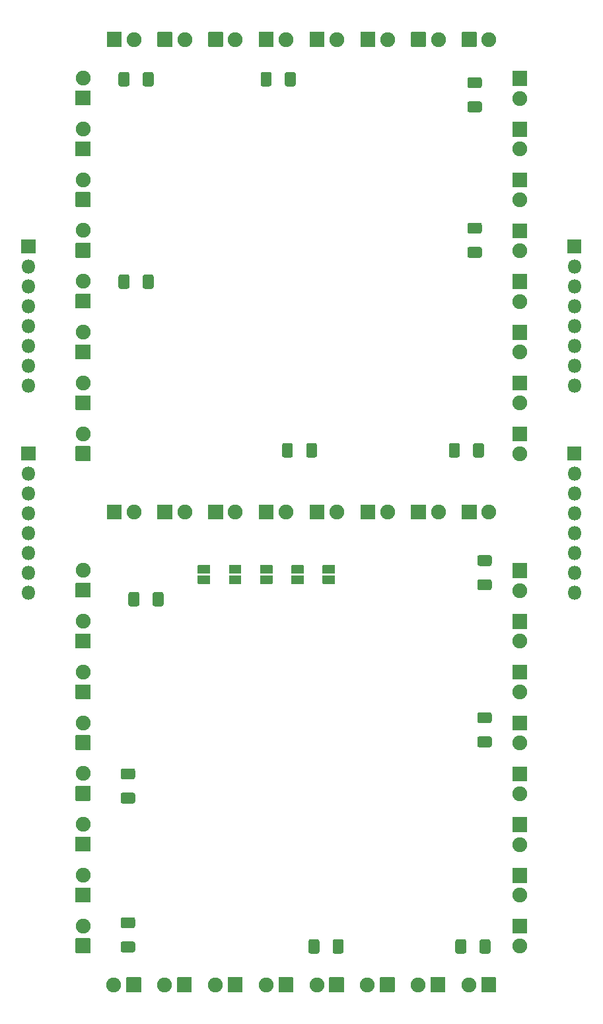
<source format=gbr>
%TF.GenerationSoftware,KiCad,Pcbnew,5.1.7-a382d34a8~87~ubuntu20.04.1*%
%TF.CreationDate,2020-10-21T09:53:46+02:00*%
%TF.ProjectId,7segment_part,37736567-6d65-46e7-945f-706172742e6b,rev?*%
%TF.SameCoordinates,Original*%
%TF.FileFunction,Soldermask,Top*%
%TF.FilePolarity,Negative*%
%FSLAX46Y46*%
G04 Gerber Fmt 4.6, Leading zero omitted, Abs format (unit mm)*
G04 Created by KiCad (PCBNEW 5.1.7-a382d34a8~87~ubuntu20.04.1) date 2020-10-21 09:53:46*
%MOMM*%
%LPD*%
G01*
G04 APERTURE LIST*
%ADD10C,1.900000*%
%ADD11O,1.800000X1.800000*%
G04 APERTURE END LIST*
%TO.C,Rg2*%
G36*
G01*
X95905770Y-146252500D02*
X94594230Y-146252500D01*
G75*
G02*
X94325000Y-145983270I0J269230D01*
G01*
X94325000Y-145121730D01*
G75*
G02*
X94594230Y-144852500I269230J0D01*
G01*
X95905770Y-144852500D01*
G75*
G02*
X96175000Y-145121730I0J-269230D01*
G01*
X96175000Y-145983270D01*
G75*
G02*
X95905770Y-146252500I-269230J0D01*
G01*
G37*
G36*
G01*
X95905770Y-149352500D02*
X94594230Y-149352500D01*
G75*
G02*
X94325000Y-149083270I0J269230D01*
G01*
X94325000Y-148221730D01*
G75*
G02*
X94594230Y-147952500I269230J0D01*
G01*
X95905770Y-147952500D01*
G75*
G02*
X96175000Y-148221730I0J-269230D01*
G01*
X96175000Y-149083270D01*
G75*
G02*
X95905770Y-149352500I-269230J0D01*
G01*
G37*
%TD*%
%TO.C,Rg1*%
G36*
G01*
X121500000Y-149245770D02*
X121500000Y-147934230D01*
G75*
G02*
X121769230Y-147665000I269230J0D01*
G01*
X122630770Y-147665000D01*
G75*
G02*
X122900000Y-147934230I0J-269230D01*
G01*
X122900000Y-149245770D01*
G75*
G02*
X122630770Y-149515000I-269230J0D01*
G01*
X121769230Y-149515000D01*
G75*
G02*
X121500000Y-149245770I0J269230D01*
G01*
G37*
G36*
G01*
X118400000Y-149245770D02*
X118400000Y-147934230D01*
G75*
G02*
X118669230Y-147665000I269230J0D01*
G01*
X119530770Y-147665000D01*
G75*
G02*
X119800000Y-147934230I0J-269230D01*
G01*
X119800000Y-149245770D01*
G75*
G02*
X119530770Y-149515000I-269230J0D01*
G01*
X118669230Y-149515000D01*
G75*
G02*
X118400000Y-149245770I0J269230D01*
G01*
G37*
%TD*%
%TO.C,Rf2*%
G36*
G01*
X138632500Y-147934230D02*
X138632500Y-149245770D01*
G75*
G02*
X138363270Y-149515000I-269230J0D01*
G01*
X137501730Y-149515000D01*
G75*
G02*
X137232500Y-149245770I0J269230D01*
G01*
X137232500Y-147934230D01*
G75*
G02*
X137501730Y-147665000I269230J0D01*
G01*
X138363270Y-147665000D01*
G75*
G02*
X138632500Y-147934230I0J-269230D01*
G01*
G37*
G36*
G01*
X141732500Y-147934230D02*
X141732500Y-149245770D01*
G75*
G02*
X141463270Y-149515000I-269230J0D01*
G01*
X140601730Y-149515000D01*
G75*
G02*
X140332500Y-149245770I0J269230D01*
G01*
X140332500Y-147934230D01*
G75*
G02*
X140601730Y-147665000I269230J0D01*
G01*
X141463270Y-147665000D01*
G75*
G02*
X141732500Y-147934230I0J-269230D01*
G01*
G37*
%TD*%
%TO.C,Rf1*%
G36*
G01*
X141625770Y-120017500D02*
X140314230Y-120017500D01*
G75*
G02*
X140045000Y-119748270I0J269230D01*
G01*
X140045000Y-118886730D01*
G75*
G02*
X140314230Y-118617500I269230J0D01*
G01*
X141625770Y-118617500D01*
G75*
G02*
X141895000Y-118886730I0J-269230D01*
G01*
X141895000Y-119748270D01*
G75*
G02*
X141625770Y-120017500I-269230J0D01*
G01*
G37*
G36*
G01*
X141625770Y-123117500D02*
X140314230Y-123117500D01*
G75*
G02*
X140045000Y-122848270I0J269230D01*
G01*
X140045000Y-121986730D01*
G75*
G02*
X140314230Y-121717500I269230J0D01*
G01*
X141625770Y-121717500D01*
G75*
G02*
X141895000Y-121986730I0J-269230D01*
G01*
X141895000Y-122848270D01*
G75*
G02*
X141625770Y-123117500I-269230J0D01*
G01*
G37*
%TD*%
%TO.C,Re2*%
G36*
G01*
X98422500Y-104795770D02*
X98422500Y-103484230D01*
G75*
G02*
X98691730Y-103215000I269230J0D01*
G01*
X99553270Y-103215000D01*
G75*
G02*
X99822500Y-103484230I0J-269230D01*
G01*
X99822500Y-104795770D01*
G75*
G02*
X99553270Y-105065000I-269230J0D01*
G01*
X98691730Y-105065000D01*
G75*
G02*
X98422500Y-104795770I0J269230D01*
G01*
G37*
G36*
G01*
X95322500Y-104795770D02*
X95322500Y-103484230D01*
G75*
G02*
X95591730Y-103215000I269230J0D01*
G01*
X96453270Y-103215000D01*
G75*
G02*
X96722500Y-103484230I0J-269230D01*
G01*
X96722500Y-104795770D01*
G75*
G02*
X96453270Y-105065000I-269230J0D01*
G01*
X95591730Y-105065000D01*
G75*
G02*
X95322500Y-104795770I0J269230D01*
G01*
G37*
%TD*%
%TO.C,Re1*%
G36*
G01*
X94594230Y-128902500D02*
X95905770Y-128902500D01*
G75*
G02*
X96175000Y-129171730I0J-269230D01*
G01*
X96175000Y-130033270D01*
G75*
G02*
X95905770Y-130302500I-269230J0D01*
G01*
X94594230Y-130302500D01*
G75*
G02*
X94325000Y-130033270I0J269230D01*
G01*
X94325000Y-129171730D01*
G75*
G02*
X94594230Y-128902500I269230J0D01*
G01*
G37*
G36*
G01*
X94594230Y-125802500D02*
X95905770Y-125802500D01*
G75*
G02*
X96175000Y-126071730I0J-269230D01*
G01*
X96175000Y-126933270D01*
G75*
G02*
X95905770Y-127202500I-269230J0D01*
G01*
X94594230Y-127202500D01*
G75*
G02*
X94325000Y-126933270I0J269230D01*
G01*
X94325000Y-126071730D01*
G75*
G02*
X94594230Y-125802500I269230J0D01*
G01*
G37*
%TD*%
%TO.C,Rd2*%
G36*
G01*
X140314230Y-101597500D02*
X141625770Y-101597500D01*
G75*
G02*
X141895000Y-101866730I0J-269230D01*
G01*
X141895000Y-102728270D01*
G75*
G02*
X141625770Y-102997500I-269230J0D01*
G01*
X140314230Y-102997500D01*
G75*
G02*
X140045000Y-102728270I0J269230D01*
G01*
X140045000Y-101866730D01*
G75*
G02*
X140314230Y-101597500I269230J0D01*
G01*
G37*
G36*
G01*
X140314230Y-98497500D02*
X141625770Y-98497500D01*
G75*
G02*
X141895000Y-98766730I0J-269230D01*
G01*
X141895000Y-99628270D01*
G75*
G02*
X141625770Y-99897500I-269230J0D01*
G01*
X140314230Y-99897500D01*
G75*
G02*
X140045000Y-99628270I0J269230D01*
G01*
X140045000Y-98766730D01*
G75*
G02*
X140314230Y-98497500I269230J0D01*
G01*
G37*
%TD*%
%TO.C,Rd1*%
G36*
G01*
X118107500Y-85745770D02*
X118107500Y-84434230D01*
G75*
G02*
X118376730Y-84165000I269230J0D01*
G01*
X119238270Y-84165000D01*
G75*
G02*
X119507500Y-84434230I0J-269230D01*
G01*
X119507500Y-85745770D01*
G75*
G02*
X119238270Y-86015000I-269230J0D01*
G01*
X118376730Y-86015000D01*
G75*
G02*
X118107500Y-85745770I0J269230D01*
G01*
G37*
G36*
G01*
X115007500Y-85745770D02*
X115007500Y-84434230D01*
G75*
G02*
X115276730Y-84165000I269230J0D01*
G01*
X116138270Y-84165000D01*
G75*
G02*
X116407500Y-84434230I0J-269230D01*
G01*
X116407500Y-85745770D01*
G75*
G02*
X116138270Y-86015000I-269230J0D01*
G01*
X115276730Y-86015000D01*
G75*
G02*
X115007500Y-85745770I0J269230D01*
G01*
G37*
%TD*%
%TO.C,Rc2*%
G36*
G01*
X137797500Y-84434230D02*
X137797500Y-85745770D01*
G75*
G02*
X137528270Y-86015000I-269230J0D01*
G01*
X136666730Y-86015000D01*
G75*
G02*
X136397500Y-85745770I0J269230D01*
G01*
X136397500Y-84434230D01*
G75*
G02*
X136666730Y-84165000I269230J0D01*
G01*
X137528270Y-84165000D01*
G75*
G02*
X137797500Y-84434230I0J-269230D01*
G01*
G37*
G36*
G01*
X140897500Y-84434230D02*
X140897500Y-85745770D01*
G75*
G02*
X140628270Y-86015000I-269230J0D01*
G01*
X139766730Y-86015000D01*
G75*
G02*
X139497500Y-85745770I0J269230D01*
G01*
X139497500Y-84434230D01*
G75*
G02*
X139766730Y-84165000I269230J0D01*
G01*
X140628270Y-84165000D01*
G75*
G02*
X140897500Y-84434230I0J-269230D01*
G01*
G37*
%TD*%
%TO.C,Rc1*%
G36*
G01*
X140355770Y-57352500D02*
X139044230Y-57352500D01*
G75*
G02*
X138775000Y-57083270I0J269230D01*
G01*
X138775000Y-56221730D01*
G75*
G02*
X139044230Y-55952500I269230J0D01*
G01*
X140355770Y-55952500D01*
G75*
G02*
X140625000Y-56221730I0J-269230D01*
G01*
X140625000Y-57083270D01*
G75*
G02*
X140355770Y-57352500I-269230J0D01*
G01*
G37*
G36*
G01*
X140355770Y-60452500D02*
X139044230Y-60452500D01*
G75*
G02*
X138775000Y-60183270I0J269230D01*
G01*
X138775000Y-59321730D01*
G75*
G02*
X139044230Y-59052500I269230J0D01*
G01*
X140355770Y-59052500D01*
G75*
G02*
X140625000Y-59321730I0J-269230D01*
G01*
X140625000Y-60183270D01*
G75*
G02*
X140355770Y-60452500I-269230J0D01*
G01*
G37*
%TD*%
%TO.C,Rb2*%
G36*
G01*
X97152500Y-38247770D02*
X97152500Y-36936230D01*
G75*
G02*
X97421730Y-36667000I269230J0D01*
G01*
X98283270Y-36667000D01*
G75*
G02*
X98552500Y-36936230I0J-269230D01*
G01*
X98552500Y-38247770D01*
G75*
G02*
X98283270Y-38517000I-269230J0D01*
G01*
X97421730Y-38517000D01*
G75*
G02*
X97152500Y-38247770I0J269230D01*
G01*
G37*
G36*
G01*
X94052500Y-38247770D02*
X94052500Y-36936230D01*
G75*
G02*
X94321730Y-36667000I269230J0D01*
G01*
X95183270Y-36667000D01*
G75*
G02*
X95452500Y-36936230I0J-269230D01*
G01*
X95452500Y-38247770D01*
G75*
G02*
X95183270Y-38517000I-269230J0D01*
G01*
X94321730Y-38517000D01*
G75*
G02*
X94052500Y-38247770I0J269230D01*
G01*
G37*
%TD*%
%TO.C,Rb1*%
G36*
G01*
X97152500Y-64155770D02*
X97152500Y-62844230D01*
G75*
G02*
X97421730Y-62575000I269230J0D01*
G01*
X98283270Y-62575000D01*
G75*
G02*
X98552500Y-62844230I0J-269230D01*
G01*
X98552500Y-64155770D01*
G75*
G02*
X98283270Y-64425000I-269230J0D01*
G01*
X97421730Y-64425000D01*
G75*
G02*
X97152500Y-64155770I0J269230D01*
G01*
G37*
G36*
G01*
X94052500Y-64155770D02*
X94052500Y-62844230D01*
G75*
G02*
X94321730Y-62575000I269230J0D01*
G01*
X95183270Y-62575000D01*
G75*
G02*
X95452500Y-62844230I0J-269230D01*
G01*
X95452500Y-64155770D01*
G75*
G02*
X95183270Y-64425000I-269230J0D01*
G01*
X94321730Y-64425000D01*
G75*
G02*
X94052500Y-64155770I0J269230D01*
G01*
G37*
%TD*%
%TO.C,Ra2*%
G36*
G01*
X139044230Y-40437500D02*
X140355770Y-40437500D01*
G75*
G02*
X140625000Y-40706730I0J-269230D01*
G01*
X140625000Y-41568270D01*
G75*
G02*
X140355770Y-41837500I-269230J0D01*
G01*
X139044230Y-41837500D01*
G75*
G02*
X138775000Y-41568270I0J269230D01*
G01*
X138775000Y-40706730D01*
G75*
G02*
X139044230Y-40437500I269230J0D01*
G01*
G37*
G36*
G01*
X139044230Y-37337500D02*
X140355770Y-37337500D01*
G75*
G02*
X140625000Y-37606730I0J-269230D01*
G01*
X140625000Y-38468270D01*
G75*
G02*
X140355770Y-38737500I-269230J0D01*
G01*
X139044230Y-38737500D01*
G75*
G02*
X138775000Y-38468270I0J269230D01*
G01*
X138775000Y-37606730D01*
G75*
G02*
X139044230Y-37337500I269230J0D01*
G01*
G37*
%TD*%
%TO.C,Ra1*%
G36*
G01*
X113667500Y-36936230D02*
X113667500Y-38247770D01*
G75*
G02*
X113398270Y-38517000I-269230J0D01*
G01*
X112536730Y-38517000D01*
G75*
G02*
X112267500Y-38247770I0J269230D01*
G01*
X112267500Y-36936230D01*
G75*
G02*
X112536730Y-36667000I269230J0D01*
G01*
X113398270Y-36667000D01*
G75*
G02*
X113667500Y-36936230I0J-269230D01*
G01*
G37*
G36*
G01*
X116767500Y-36936230D02*
X116767500Y-38247770D01*
G75*
G02*
X116498270Y-38517000I-269230J0D01*
G01*
X115636730Y-38517000D01*
G75*
G02*
X115367500Y-38247770I0J269230D01*
G01*
X115367500Y-36936230D01*
G75*
G02*
X115636730Y-36667000I269230J0D01*
G01*
X116498270Y-36667000D01*
G75*
G02*
X116767500Y-36936230I0J-269230D01*
G01*
G37*
%TD*%
D10*
%TO.C,De1*%
X89500000Y-145960000D03*
G36*
G01*
X90400000Y-149450000D02*
X88600000Y-149450000D01*
G75*
G02*
X88550000Y-149400000I0J50000D01*
G01*
X88550000Y-147600000D01*
G75*
G02*
X88600000Y-147550000I50000J0D01*
G01*
X90400000Y-147550000D01*
G75*
G02*
X90450000Y-147600000I0J-50000D01*
G01*
X90450000Y-149400000D01*
G75*
G02*
X90400000Y-149450000I-50000J0D01*
G01*
G37*
%TD*%
%TO.C,Dg2*%
X132460000Y-153500000D03*
G36*
G01*
X135950000Y-152600000D02*
X135950000Y-154400000D01*
G75*
G02*
X135900000Y-154450000I-50000J0D01*
G01*
X134100000Y-154450000D01*
G75*
G02*
X134050000Y-154400000I0J50000D01*
G01*
X134050000Y-152600000D01*
G75*
G02*
X134100000Y-152550000I50000J0D01*
G01*
X135900000Y-152550000D01*
G75*
G02*
X135950000Y-152600000I0J-50000D01*
G01*
G37*
%TD*%
%TO.C,De6*%
X89500000Y-113460000D03*
G36*
G01*
X90400000Y-116950000D02*
X88600000Y-116950000D01*
G75*
G02*
X88550000Y-116900000I0J50000D01*
G01*
X88550000Y-115100000D01*
G75*
G02*
X88600000Y-115050000I50000J0D01*
G01*
X90400000Y-115050000D01*
G75*
G02*
X90450000Y-115100000I0J-50000D01*
G01*
X90450000Y-116900000D01*
G75*
G02*
X90400000Y-116950000I-50000J0D01*
G01*
G37*
%TD*%
%TO.C,Da5*%
X122040000Y-32500000D03*
G36*
G01*
X118550000Y-33400000D02*
X118550000Y-31600000D01*
G75*
G02*
X118600000Y-31550000I50000J0D01*
G01*
X120400000Y-31550000D01*
G75*
G02*
X120450000Y-31600000I0J-50000D01*
G01*
X120450000Y-33400000D01*
G75*
G02*
X120400000Y-33450000I-50000J0D01*
G01*
X118600000Y-33450000D01*
G75*
G02*
X118550000Y-33400000I0J50000D01*
G01*
G37*
%TD*%
%TO.C,Da1*%
G36*
G01*
X92550000Y-33400000D02*
X92550000Y-31600000D01*
G75*
G02*
X92600000Y-31550000I50000J0D01*
G01*
X94400000Y-31550000D01*
G75*
G02*
X94450000Y-31600000I0J-50000D01*
G01*
X94450000Y-33400000D01*
G75*
G02*
X94400000Y-33450000I-50000J0D01*
G01*
X92600000Y-33450000D01*
G75*
G02*
X92550000Y-33400000I0J50000D01*
G01*
G37*
X96040000Y-32500000D03*
%TD*%
%TO.C,Da2*%
G36*
G01*
X99050000Y-33400000D02*
X99050000Y-31600000D01*
G75*
G02*
X99100000Y-31550000I50000J0D01*
G01*
X100900000Y-31550000D01*
G75*
G02*
X100950000Y-31600000I0J-50000D01*
G01*
X100950000Y-33400000D01*
G75*
G02*
X100900000Y-33450000I-50000J0D01*
G01*
X99100000Y-33450000D01*
G75*
G02*
X99050000Y-33400000I0J50000D01*
G01*
G37*
X102540000Y-32500000D03*
%TD*%
%TO.C,Da3*%
X109040000Y-32500000D03*
G36*
G01*
X105550000Y-33400000D02*
X105550000Y-31600000D01*
G75*
G02*
X105600000Y-31550000I50000J0D01*
G01*
X107400000Y-31550000D01*
G75*
G02*
X107450000Y-31600000I0J-50000D01*
G01*
X107450000Y-33400000D01*
G75*
G02*
X107400000Y-33450000I-50000J0D01*
G01*
X105600000Y-33450000D01*
G75*
G02*
X105550000Y-33400000I0J50000D01*
G01*
G37*
%TD*%
%TO.C,Da4*%
G36*
G01*
X112050000Y-33400000D02*
X112050000Y-31600000D01*
G75*
G02*
X112100000Y-31550000I50000J0D01*
G01*
X113900000Y-31550000D01*
G75*
G02*
X113950000Y-31600000I0J-50000D01*
G01*
X113950000Y-33400000D01*
G75*
G02*
X113900000Y-33450000I-50000J0D01*
G01*
X112100000Y-33450000D01*
G75*
G02*
X112050000Y-33400000I0J50000D01*
G01*
G37*
X115540000Y-32500000D03*
%TD*%
%TO.C,Da6*%
G36*
G01*
X125050000Y-33400000D02*
X125050000Y-31600000D01*
G75*
G02*
X125100000Y-31550000I50000J0D01*
G01*
X126900000Y-31550000D01*
G75*
G02*
X126950000Y-31600000I0J-50000D01*
G01*
X126950000Y-33400000D01*
G75*
G02*
X126900000Y-33450000I-50000J0D01*
G01*
X125100000Y-33450000D01*
G75*
G02*
X125050000Y-33400000I0J50000D01*
G01*
G37*
X128540000Y-32500000D03*
%TD*%
%TO.C,Da7*%
X135040000Y-32500000D03*
G36*
G01*
X131550000Y-33400000D02*
X131550000Y-31600000D01*
G75*
G02*
X131600000Y-31550000I50000J0D01*
G01*
X133400000Y-31550000D01*
G75*
G02*
X133450000Y-31600000I0J-50000D01*
G01*
X133450000Y-33400000D01*
G75*
G02*
X133400000Y-33450000I-50000J0D01*
G01*
X131600000Y-33450000D01*
G75*
G02*
X131550000Y-33400000I0J50000D01*
G01*
G37*
%TD*%
%TO.C,Da8*%
G36*
G01*
X138050000Y-33400000D02*
X138050000Y-31600000D01*
G75*
G02*
X138100000Y-31550000I50000J0D01*
G01*
X139900000Y-31550000D01*
G75*
G02*
X139950000Y-31600000I0J-50000D01*
G01*
X139950000Y-33400000D01*
G75*
G02*
X139900000Y-33450000I-50000J0D01*
G01*
X138100000Y-33450000D01*
G75*
G02*
X138050000Y-33400000I0J50000D01*
G01*
G37*
X141540000Y-32500000D03*
%TD*%
%TO.C,Db1*%
X89500000Y-82960000D03*
G36*
G01*
X90400000Y-86450000D02*
X88600000Y-86450000D01*
G75*
G02*
X88550000Y-86400000I0J50000D01*
G01*
X88550000Y-84600000D01*
G75*
G02*
X88600000Y-84550000I50000J0D01*
G01*
X90400000Y-84550000D01*
G75*
G02*
X90450000Y-84600000I0J-50000D01*
G01*
X90450000Y-86400000D01*
G75*
G02*
X90400000Y-86450000I-50000J0D01*
G01*
G37*
%TD*%
%TO.C,Db2*%
G36*
G01*
X90400000Y-79950000D02*
X88600000Y-79950000D01*
G75*
G02*
X88550000Y-79900000I0J50000D01*
G01*
X88550000Y-78100000D01*
G75*
G02*
X88600000Y-78050000I50000J0D01*
G01*
X90400000Y-78050000D01*
G75*
G02*
X90450000Y-78100000I0J-50000D01*
G01*
X90450000Y-79900000D01*
G75*
G02*
X90400000Y-79950000I-50000J0D01*
G01*
G37*
X89500000Y-76460000D03*
%TD*%
%TO.C,Db3*%
X89500000Y-69960000D03*
G36*
G01*
X90400000Y-73450000D02*
X88600000Y-73450000D01*
G75*
G02*
X88550000Y-73400000I0J50000D01*
G01*
X88550000Y-71600000D01*
G75*
G02*
X88600000Y-71550000I50000J0D01*
G01*
X90400000Y-71550000D01*
G75*
G02*
X90450000Y-71600000I0J-50000D01*
G01*
X90450000Y-73400000D01*
G75*
G02*
X90400000Y-73450000I-50000J0D01*
G01*
G37*
%TD*%
%TO.C,Db4*%
G36*
G01*
X90400000Y-66950000D02*
X88600000Y-66950000D01*
G75*
G02*
X88550000Y-66900000I0J50000D01*
G01*
X88550000Y-65100000D01*
G75*
G02*
X88600000Y-65050000I50000J0D01*
G01*
X90400000Y-65050000D01*
G75*
G02*
X90450000Y-65100000I0J-50000D01*
G01*
X90450000Y-66900000D01*
G75*
G02*
X90400000Y-66950000I-50000J0D01*
G01*
G37*
X89500000Y-63460000D03*
%TD*%
%TO.C,Db5*%
X89500000Y-56960000D03*
G36*
G01*
X90400000Y-60450000D02*
X88600000Y-60450000D01*
G75*
G02*
X88550000Y-60400000I0J50000D01*
G01*
X88550000Y-58600000D01*
G75*
G02*
X88600000Y-58550000I50000J0D01*
G01*
X90400000Y-58550000D01*
G75*
G02*
X90450000Y-58600000I0J-50000D01*
G01*
X90450000Y-60400000D01*
G75*
G02*
X90400000Y-60450000I-50000J0D01*
G01*
G37*
%TD*%
%TO.C,Db6*%
G36*
G01*
X90400000Y-53950000D02*
X88600000Y-53950000D01*
G75*
G02*
X88550000Y-53900000I0J50000D01*
G01*
X88550000Y-52100000D01*
G75*
G02*
X88600000Y-52050000I50000J0D01*
G01*
X90400000Y-52050000D01*
G75*
G02*
X90450000Y-52100000I0J-50000D01*
G01*
X90450000Y-53900000D01*
G75*
G02*
X90400000Y-53950000I-50000J0D01*
G01*
G37*
X89500000Y-50460000D03*
%TD*%
%TO.C,Db7*%
X89500000Y-43960000D03*
G36*
G01*
X90400000Y-47450000D02*
X88600000Y-47450000D01*
G75*
G02*
X88550000Y-47400000I0J50000D01*
G01*
X88550000Y-45600000D01*
G75*
G02*
X88600000Y-45550000I50000J0D01*
G01*
X90400000Y-45550000D01*
G75*
G02*
X90450000Y-45600000I0J-50000D01*
G01*
X90450000Y-47400000D01*
G75*
G02*
X90400000Y-47450000I-50000J0D01*
G01*
G37*
%TD*%
%TO.C,Db8*%
G36*
G01*
X90400000Y-40950000D02*
X88600000Y-40950000D01*
G75*
G02*
X88550000Y-40900000I0J50000D01*
G01*
X88550000Y-39100000D01*
G75*
G02*
X88600000Y-39050000I50000J0D01*
G01*
X90400000Y-39050000D01*
G75*
G02*
X90450000Y-39100000I0J-50000D01*
G01*
X90450000Y-40900000D01*
G75*
G02*
X90400000Y-40950000I-50000J0D01*
G01*
G37*
X89500000Y-37460000D03*
%TD*%
%TO.C,Dc1*%
G36*
G01*
X144600000Y-36550000D02*
X146400000Y-36550000D01*
G75*
G02*
X146450000Y-36600000I0J-50000D01*
G01*
X146450000Y-38400000D01*
G75*
G02*
X146400000Y-38450000I-50000J0D01*
G01*
X144600000Y-38450000D01*
G75*
G02*
X144550000Y-38400000I0J50000D01*
G01*
X144550000Y-36600000D01*
G75*
G02*
X144600000Y-36550000I50000J0D01*
G01*
G37*
X145500000Y-40040000D03*
%TD*%
%TO.C,Dc2*%
X145500000Y-46540000D03*
G36*
G01*
X144600000Y-43050000D02*
X146400000Y-43050000D01*
G75*
G02*
X146450000Y-43100000I0J-50000D01*
G01*
X146450000Y-44900000D01*
G75*
G02*
X146400000Y-44950000I-50000J0D01*
G01*
X144600000Y-44950000D01*
G75*
G02*
X144550000Y-44900000I0J50000D01*
G01*
X144550000Y-43100000D01*
G75*
G02*
X144600000Y-43050000I50000J0D01*
G01*
G37*
%TD*%
%TO.C,Dc3*%
X145500000Y-53040000D03*
G36*
G01*
X144600000Y-49550000D02*
X146400000Y-49550000D01*
G75*
G02*
X146450000Y-49600000I0J-50000D01*
G01*
X146450000Y-51400000D01*
G75*
G02*
X146400000Y-51450000I-50000J0D01*
G01*
X144600000Y-51450000D01*
G75*
G02*
X144550000Y-51400000I0J50000D01*
G01*
X144550000Y-49600000D01*
G75*
G02*
X144600000Y-49550000I50000J0D01*
G01*
G37*
%TD*%
%TO.C,Dc4*%
G36*
G01*
X144600000Y-56050000D02*
X146400000Y-56050000D01*
G75*
G02*
X146450000Y-56100000I0J-50000D01*
G01*
X146450000Y-57900000D01*
G75*
G02*
X146400000Y-57950000I-50000J0D01*
G01*
X144600000Y-57950000D01*
G75*
G02*
X144550000Y-57900000I0J50000D01*
G01*
X144550000Y-56100000D01*
G75*
G02*
X144600000Y-56050000I50000J0D01*
G01*
G37*
X145500000Y-59540000D03*
%TD*%
%TO.C,Dc5*%
X145500000Y-66040000D03*
G36*
G01*
X144600000Y-62550000D02*
X146400000Y-62550000D01*
G75*
G02*
X146450000Y-62600000I0J-50000D01*
G01*
X146450000Y-64400000D01*
G75*
G02*
X146400000Y-64450000I-50000J0D01*
G01*
X144600000Y-64450000D01*
G75*
G02*
X144550000Y-64400000I0J50000D01*
G01*
X144550000Y-62600000D01*
G75*
G02*
X144600000Y-62550000I50000J0D01*
G01*
G37*
%TD*%
%TO.C,Dc6*%
G36*
G01*
X144600000Y-69050000D02*
X146400000Y-69050000D01*
G75*
G02*
X146450000Y-69100000I0J-50000D01*
G01*
X146450000Y-70900000D01*
G75*
G02*
X146400000Y-70950000I-50000J0D01*
G01*
X144600000Y-70950000D01*
G75*
G02*
X144550000Y-70900000I0J50000D01*
G01*
X144550000Y-69100000D01*
G75*
G02*
X144600000Y-69050000I50000J0D01*
G01*
G37*
X145500000Y-72540000D03*
%TD*%
%TO.C,Dc7*%
X145500000Y-79040000D03*
G36*
G01*
X144600000Y-75550000D02*
X146400000Y-75550000D01*
G75*
G02*
X146450000Y-75600000I0J-50000D01*
G01*
X146450000Y-77400000D01*
G75*
G02*
X146400000Y-77450000I-50000J0D01*
G01*
X144600000Y-77450000D01*
G75*
G02*
X144550000Y-77400000I0J50000D01*
G01*
X144550000Y-75600000D01*
G75*
G02*
X144600000Y-75550000I50000J0D01*
G01*
G37*
%TD*%
%TO.C,Dc8*%
X145500000Y-85540000D03*
G36*
G01*
X144600000Y-82050000D02*
X146400000Y-82050000D01*
G75*
G02*
X146450000Y-82100000I0J-50000D01*
G01*
X146450000Y-83900000D01*
G75*
G02*
X146400000Y-83950000I-50000J0D01*
G01*
X144600000Y-83950000D01*
G75*
G02*
X144550000Y-83900000I0J50000D01*
G01*
X144550000Y-82100000D01*
G75*
G02*
X144600000Y-82050000I50000J0D01*
G01*
G37*
%TD*%
%TO.C,Dd1*%
G36*
G01*
X92550000Y-93900000D02*
X92550000Y-92100000D01*
G75*
G02*
X92600000Y-92050000I50000J0D01*
G01*
X94400000Y-92050000D01*
G75*
G02*
X94450000Y-92100000I0J-50000D01*
G01*
X94450000Y-93900000D01*
G75*
G02*
X94400000Y-93950000I-50000J0D01*
G01*
X92600000Y-93950000D01*
G75*
G02*
X92550000Y-93900000I0J50000D01*
G01*
G37*
X96040000Y-93000000D03*
%TD*%
%TO.C,Dd2*%
X102540000Y-93000000D03*
G36*
G01*
X99050000Y-93900000D02*
X99050000Y-92100000D01*
G75*
G02*
X99100000Y-92050000I50000J0D01*
G01*
X100900000Y-92050000D01*
G75*
G02*
X100950000Y-92100000I0J-50000D01*
G01*
X100950000Y-93900000D01*
G75*
G02*
X100900000Y-93950000I-50000J0D01*
G01*
X99100000Y-93950000D01*
G75*
G02*
X99050000Y-93900000I0J50000D01*
G01*
G37*
%TD*%
%TO.C,Dd3*%
G36*
G01*
X105550000Y-93900000D02*
X105550000Y-92100000D01*
G75*
G02*
X105600000Y-92050000I50000J0D01*
G01*
X107400000Y-92050000D01*
G75*
G02*
X107450000Y-92100000I0J-50000D01*
G01*
X107450000Y-93900000D01*
G75*
G02*
X107400000Y-93950000I-50000J0D01*
G01*
X105600000Y-93950000D01*
G75*
G02*
X105550000Y-93900000I0J50000D01*
G01*
G37*
X109040000Y-93000000D03*
%TD*%
%TO.C,Dd4*%
X115540000Y-93000000D03*
G36*
G01*
X112050000Y-93900000D02*
X112050000Y-92100000D01*
G75*
G02*
X112100000Y-92050000I50000J0D01*
G01*
X113900000Y-92050000D01*
G75*
G02*
X113950000Y-92100000I0J-50000D01*
G01*
X113950000Y-93900000D01*
G75*
G02*
X113900000Y-93950000I-50000J0D01*
G01*
X112100000Y-93950000D01*
G75*
G02*
X112050000Y-93900000I0J50000D01*
G01*
G37*
%TD*%
%TO.C,Dd5*%
G36*
G01*
X118550000Y-93900000D02*
X118550000Y-92100000D01*
G75*
G02*
X118600000Y-92050000I50000J0D01*
G01*
X120400000Y-92050000D01*
G75*
G02*
X120450000Y-92100000I0J-50000D01*
G01*
X120450000Y-93900000D01*
G75*
G02*
X120400000Y-93950000I-50000J0D01*
G01*
X118600000Y-93950000D01*
G75*
G02*
X118550000Y-93900000I0J50000D01*
G01*
G37*
X122040000Y-93000000D03*
%TD*%
%TO.C,Dd6*%
X128540000Y-93000000D03*
G36*
G01*
X125050000Y-93900000D02*
X125050000Y-92100000D01*
G75*
G02*
X125100000Y-92050000I50000J0D01*
G01*
X126900000Y-92050000D01*
G75*
G02*
X126950000Y-92100000I0J-50000D01*
G01*
X126950000Y-93900000D01*
G75*
G02*
X126900000Y-93950000I-50000J0D01*
G01*
X125100000Y-93950000D01*
G75*
G02*
X125050000Y-93900000I0J50000D01*
G01*
G37*
%TD*%
%TO.C,Dd7*%
G36*
G01*
X131550000Y-93900000D02*
X131550000Y-92100000D01*
G75*
G02*
X131600000Y-92050000I50000J0D01*
G01*
X133400000Y-92050000D01*
G75*
G02*
X133450000Y-92100000I0J-50000D01*
G01*
X133450000Y-93900000D01*
G75*
G02*
X133400000Y-93950000I-50000J0D01*
G01*
X131600000Y-93950000D01*
G75*
G02*
X131550000Y-93900000I0J50000D01*
G01*
G37*
X135040000Y-93000000D03*
%TD*%
%TO.C,Dd8*%
X141540000Y-93000000D03*
G36*
G01*
X138050000Y-93900000D02*
X138050000Y-92100000D01*
G75*
G02*
X138100000Y-92050000I50000J0D01*
G01*
X139900000Y-92050000D01*
G75*
G02*
X139950000Y-92100000I0J-50000D01*
G01*
X139950000Y-93900000D01*
G75*
G02*
X139900000Y-93950000I-50000J0D01*
G01*
X138100000Y-93950000D01*
G75*
G02*
X138050000Y-93900000I0J50000D01*
G01*
G37*
%TD*%
%TO.C,De2*%
X89500000Y-139460000D03*
G36*
G01*
X90400000Y-142950000D02*
X88600000Y-142950000D01*
G75*
G02*
X88550000Y-142900000I0J50000D01*
G01*
X88550000Y-141100000D01*
G75*
G02*
X88600000Y-141050000I50000J0D01*
G01*
X90400000Y-141050000D01*
G75*
G02*
X90450000Y-141100000I0J-50000D01*
G01*
X90450000Y-142900000D01*
G75*
G02*
X90400000Y-142950000I-50000J0D01*
G01*
G37*
%TD*%
%TO.C,De3*%
G36*
G01*
X90400000Y-136450000D02*
X88600000Y-136450000D01*
G75*
G02*
X88550000Y-136400000I0J50000D01*
G01*
X88550000Y-134600000D01*
G75*
G02*
X88600000Y-134550000I50000J0D01*
G01*
X90400000Y-134550000D01*
G75*
G02*
X90450000Y-134600000I0J-50000D01*
G01*
X90450000Y-136400000D01*
G75*
G02*
X90400000Y-136450000I-50000J0D01*
G01*
G37*
X89500000Y-132960000D03*
%TD*%
%TO.C,De4*%
X89500000Y-126460000D03*
G36*
G01*
X90400000Y-129950000D02*
X88600000Y-129950000D01*
G75*
G02*
X88550000Y-129900000I0J50000D01*
G01*
X88550000Y-128100000D01*
G75*
G02*
X88600000Y-128050000I50000J0D01*
G01*
X90400000Y-128050000D01*
G75*
G02*
X90450000Y-128100000I0J-50000D01*
G01*
X90450000Y-129900000D01*
G75*
G02*
X90400000Y-129950000I-50000J0D01*
G01*
G37*
%TD*%
%TO.C,De5*%
G36*
G01*
X90400000Y-123450000D02*
X88600000Y-123450000D01*
G75*
G02*
X88550000Y-123400000I0J50000D01*
G01*
X88550000Y-121600000D01*
G75*
G02*
X88600000Y-121550000I50000J0D01*
G01*
X90400000Y-121550000D01*
G75*
G02*
X90450000Y-121600000I0J-50000D01*
G01*
X90450000Y-123400000D01*
G75*
G02*
X90400000Y-123450000I-50000J0D01*
G01*
G37*
X89500000Y-119960000D03*
%TD*%
%TO.C,De7*%
G36*
G01*
X90400000Y-110450000D02*
X88600000Y-110450000D01*
G75*
G02*
X88550000Y-110400000I0J50000D01*
G01*
X88550000Y-108600000D01*
G75*
G02*
X88600000Y-108550000I50000J0D01*
G01*
X90400000Y-108550000D01*
G75*
G02*
X90450000Y-108600000I0J-50000D01*
G01*
X90450000Y-110400000D01*
G75*
G02*
X90400000Y-110450000I-50000J0D01*
G01*
G37*
X89500000Y-106960000D03*
%TD*%
%TO.C,De8*%
X89500000Y-100460000D03*
G36*
G01*
X90400000Y-103950000D02*
X88600000Y-103950000D01*
G75*
G02*
X88550000Y-103900000I0J50000D01*
G01*
X88550000Y-102100000D01*
G75*
G02*
X88600000Y-102050000I50000J0D01*
G01*
X90400000Y-102050000D01*
G75*
G02*
X90450000Y-102100000I0J-50000D01*
G01*
X90450000Y-103900000D01*
G75*
G02*
X90400000Y-103950000I-50000J0D01*
G01*
G37*
%TD*%
%TO.C,Df1*%
G36*
G01*
X144600000Y-99550000D02*
X146400000Y-99550000D01*
G75*
G02*
X146450000Y-99600000I0J-50000D01*
G01*
X146450000Y-101400000D01*
G75*
G02*
X146400000Y-101450000I-50000J0D01*
G01*
X144600000Y-101450000D01*
G75*
G02*
X144550000Y-101400000I0J50000D01*
G01*
X144550000Y-99600000D01*
G75*
G02*
X144600000Y-99550000I50000J0D01*
G01*
G37*
X145500000Y-103040000D03*
%TD*%
%TO.C,Df2*%
X145500000Y-109540000D03*
G36*
G01*
X144600000Y-106050000D02*
X146400000Y-106050000D01*
G75*
G02*
X146450000Y-106100000I0J-50000D01*
G01*
X146450000Y-107900000D01*
G75*
G02*
X146400000Y-107950000I-50000J0D01*
G01*
X144600000Y-107950000D01*
G75*
G02*
X144550000Y-107900000I0J50000D01*
G01*
X144550000Y-106100000D01*
G75*
G02*
X144600000Y-106050000I50000J0D01*
G01*
G37*
%TD*%
%TO.C,Df3*%
G36*
G01*
X144600000Y-112550000D02*
X146400000Y-112550000D01*
G75*
G02*
X146450000Y-112600000I0J-50000D01*
G01*
X146450000Y-114400000D01*
G75*
G02*
X146400000Y-114450000I-50000J0D01*
G01*
X144600000Y-114450000D01*
G75*
G02*
X144550000Y-114400000I0J50000D01*
G01*
X144550000Y-112600000D01*
G75*
G02*
X144600000Y-112550000I50000J0D01*
G01*
G37*
X145500000Y-116040000D03*
%TD*%
%TO.C,Df4*%
X145500000Y-122540000D03*
G36*
G01*
X144600000Y-119050000D02*
X146400000Y-119050000D01*
G75*
G02*
X146450000Y-119100000I0J-50000D01*
G01*
X146450000Y-120900000D01*
G75*
G02*
X146400000Y-120950000I-50000J0D01*
G01*
X144600000Y-120950000D01*
G75*
G02*
X144550000Y-120900000I0J50000D01*
G01*
X144550000Y-119100000D01*
G75*
G02*
X144600000Y-119050000I50000J0D01*
G01*
G37*
%TD*%
%TO.C,Df5*%
G36*
G01*
X144600000Y-125550000D02*
X146400000Y-125550000D01*
G75*
G02*
X146450000Y-125600000I0J-50000D01*
G01*
X146450000Y-127400000D01*
G75*
G02*
X146400000Y-127450000I-50000J0D01*
G01*
X144600000Y-127450000D01*
G75*
G02*
X144550000Y-127400000I0J50000D01*
G01*
X144550000Y-125600000D01*
G75*
G02*
X144600000Y-125550000I50000J0D01*
G01*
G37*
X145500000Y-129040000D03*
%TD*%
%TO.C,Df6*%
X145500000Y-135540000D03*
G36*
G01*
X144600000Y-132050000D02*
X146400000Y-132050000D01*
G75*
G02*
X146450000Y-132100000I0J-50000D01*
G01*
X146450000Y-133900000D01*
G75*
G02*
X146400000Y-133950000I-50000J0D01*
G01*
X144600000Y-133950000D01*
G75*
G02*
X144550000Y-133900000I0J50000D01*
G01*
X144550000Y-132100000D01*
G75*
G02*
X144600000Y-132050000I50000J0D01*
G01*
G37*
%TD*%
%TO.C,Df7*%
G36*
G01*
X144600000Y-138550000D02*
X146400000Y-138550000D01*
G75*
G02*
X146450000Y-138600000I0J-50000D01*
G01*
X146450000Y-140400000D01*
G75*
G02*
X146400000Y-140450000I-50000J0D01*
G01*
X144600000Y-140450000D01*
G75*
G02*
X144550000Y-140400000I0J50000D01*
G01*
X144550000Y-138600000D01*
G75*
G02*
X144600000Y-138550000I50000J0D01*
G01*
G37*
X145500000Y-142040000D03*
%TD*%
%TO.C,Df8*%
X145500000Y-148540000D03*
G36*
G01*
X144600000Y-145050000D02*
X146400000Y-145050000D01*
G75*
G02*
X146450000Y-145100000I0J-50000D01*
G01*
X146450000Y-146900000D01*
G75*
G02*
X146400000Y-146950000I-50000J0D01*
G01*
X144600000Y-146950000D01*
G75*
G02*
X144550000Y-146900000I0J50000D01*
G01*
X144550000Y-145100000D01*
G75*
G02*
X144600000Y-145050000I50000J0D01*
G01*
G37*
%TD*%
%TO.C,Dg1*%
G36*
G01*
X142450000Y-152600000D02*
X142450000Y-154400000D01*
G75*
G02*
X142400000Y-154450000I-50000J0D01*
G01*
X140600000Y-154450000D01*
G75*
G02*
X140550000Y-154400000I0J50000D01*
G01*
X140550000Y-152600000D01*
G75*
G02*
X140600000Y-152550000I50000J0D01*
G01*
X142400000Y-152550000D01*
G75*
G02*
X142450000Y-152600000I0J-50000D01*
G01*
G37*
X138960000Y-153500000D03*
%TD*%
%TO.C,Dg3*%
G36*
G01*
X129450000Y-152600000D02*
X129450000Y-154400000D01*
G75*
G02*
X129400000Y-154450000I-50000J0D01*
G01*
X127600000Y-154450000D01*
G75*
G02*
X127550000Y-154400000I0J50000D01*
G01*
X127550000Y-152600000D01*
G75*
G02*
X127600000Y-152550000I50000J0D01*
G01*
X129400000Y-152550000D01*
G75*
G02*
X129450000Y-152600000I0J-50000D01*
G01*
G37*
X125960000Y-153500000D03*
%TD*%
%TO.C,Dg4*%
X119460000Y-153500000D03*
G36*
G01*
X122950000Y-152600000D02*
X122950000Y-154400000D01*
G75*
G02*
X122900000Y-154450000I-50000J0D01*
G01*
X121100000Y-154450000D01*
G75*
G02*
X121050000Y-154400000I0J50000D01*
G01*
X121050000Y-152600000D01*
G75*
G02*
X121100000Y-152550000I50000J0D01*
G01*
X122900000Y-152550000D01*
G75*
G02*
X122950000Y-152600000I0J-50000D01*
G01*
G37*
%TD*%
%TO.C,Dg5*%
G36*
G01*
X116450000Y-152600000D02*
X116450000Y-154400000D01*
G75*
G02*
X116400000Y-154450000I-50000J0D01*
G01*
X114600000Y-154450000D01*
G75*
G02*
X114550000Y-154400000I0J50000D01*
G01*
X114550000Y-152600000D01*
G75*
G02*
X114600000Y-152550000I50000J0D01*
G01*
X116400000Y-152550000D01*
G75*
G02*
X116450000Y-152600000I0J-50000D01*
G01*
G37*
X112960000Y-153500000D03*
%TD*%
%TO.C,Dg6*%
G36*
G01*
X109950000Y-152600000D02*
X109950000Y-154400000D01*
G75*
G02*
X109900000Y-154450000I-50000J0D01*
G01*
X108100000Y-154450000D01*
G75*
G02*
X108050000Y-154400000I0J50000D01*
G01*
X108050000Y-152600000D01*
G75*
G02*
X108100000Y-152550000I50000J0D01*
G01*
X109900000Y-152550000D01*
G75*
G02*
X109950000Y-152600000I0J-50000D01*
G01*
G37*
X106460000Y-153500000D03*
%TD*%
%TO.C,Dg7*%
G36*
G01*
X103450000Y-152600000D02*
X103450000Y-154400000D01*
G75*
G02*
X103400000Y-154450000I-50000J0D01*
G01*
X101600000Y-154450000D01*
G75*
G02*
X101550000Y-154400000I0J50000D01*
G01*
X101550000Y-152600000D01*
G75*
G02*
X101600000Y-152550000I50000J0D01*
G01*
X103400000Y-152550000D01*
G75*
G02*
X103450000Y-152600000I0J-50000D01*
G01*
G37*
X99960000Y-153500000D03*
%TD*%
%TO.C,Dg8*%
X93460000Y-153500000D03*
G36*
G01*
X96950000Y-152600000D02*
X96950000Y-154400000D01*
G75*
G02*
X96900000Y-154450000I-50000J0D01*
G01*
X95100000Y-154450000D01*
G75*
G02*
X95050000Y-154400000I0J50000D01*
G01*
X95050000Y-152600000D01*
G75*
G02*
X95100000Y-152550000I50000J0D01*
G01*
X96900000Y-152550000D01*
G75*
G02*
X96950000Y-152600000I0J-50000D01*
G01*
G37*
%TD*%
D11*
%TO.C,J1*%
X152500000Y-76780000D03*
X152500000Y-74240000D03*
X152500000Y-71700000D03*
X152500000Y-69160000D03*
X152500000Y-66620000D03*
X152500000Y-64080000D03*
X152500000Y-61540000D03*
G36*
G01*
X151600000Y-59850000D02*
X151600000Y-58150000D01*
G75*
G02*
X151650000Y-58100000I50000J0D01*
G01*
X153350000Y-58100000D01*
G75*
G02*
X153400000Y-58150000I0J-50000D01*
G01*
X153400000Y-59850000D01*
G75*
G02*
X153350000Y-59900000I-50000J0D01*
G01*
X151650000Y-59900000D01*
G75*
G02*
X151600000Y-59850000I0J50000D01*
G01*
G37*
%TD*%
%TO.C,J2*%
G36*
G01*
X81600000Y-59850000D02*
X81600000Y-58150000D01*
G75*
G02*
X81650000Y-58100000I50000J0D01*
G01*
X83350000Y-58100000D01*
G75*
G02*
X83400000Y-58150000I0J-50000D01*
G01*
X83400000Y-59850000D01*
G75*
G02*
X83350000Y-59900000I-50000J0D01*
G01*
X81650000Y-59900000D01*
G75*
G02*
X81600000Y-59850000I0J50000D01*
G01*
G37*
X82500000Y-61540000D03*
X82500000Y-64080000D03*
X82500000Y-66620000D03*
X82500000Y-69160000D03*
X82500000Y-71700000D03*
X82500000Y-74240000D03*
X82500000Y-76780000D03*
%TD*%
%TO.C,J3*%
G36*
G01*
X151600000Y-86350000D02*
X151600000Y-84650000D01*
G75*
G02*
X151650000Y-84600000I50000J0D01*
G01*
X153350000Y-84600000D01*
G75*
G02*
X153400000Y-84650000I0J-50000D01*
G01*
X153400000Y-86350000D01*
G75*
G02*
X153350000Y-86400000I-50000J0D01*
G01*
X151650000Y-86400000D01*
G75*
G02*
X151600000Y-86350000I0J50000D01*
G01*
G37*
X152500000Y-88040000D03*
X152500000Y-90580000D03*
X152500000Y-93120000D03*
X152500000Y-95660000D03*
X152500000Y-98200000D03*
X152500000Y-100740000D03*
X152500000Y-103280000D03*
%TD*%
%TO.C,J4*%
X82500000Y-103280000D03*
X82500000Y-100740000D03*
X82500000Y-98200000D03*
X82500000Y-95660000D03*
X82500000Y-93120000D03*
X82500000Y-90580000D03*
X82500000Y-88040000D03*
G36*
G01*
X81600000Y-86350000D02*
X81600000Y-84650000D01*
G75*
G02*
X81650000Y-84600000I50000J0D01*
G01*
X83350000Y-84600000D01*
G75*
G02*
X83400000Y-84650000I0J-50000D01*
G01*
X83400000Y-86350000D01*
G75*
G02*
X83350000Y-86400000I-50000J0D01*
G01*
X81650000Y-86400000D01*
G75*
G02*
X81600000Y-86350000I0J50000D01*
G01*
G37*
%TD*%
%TO.C,JP1*%
G36*
G01*
X105750000Y-102200000D02*
X104250000Y-102200000D01*
G75*
G02*
X104200000Y-102150000I0J50000D01*
G01*
X104200000Y-101150000D01*
G75*
G02*
X104250000Y-101100000I50000J0D01*
G01*
X105750000Y-101100000D01*
G75*
G02*
X105800000Y-101150000I0J-50000D01*
G01*
X105800000Y-102150000D01*
G75*
G02*
X105750000Y-102200000I-50000J0D01*
G01*
G37*
G36*
G01*
X105750000Y-100900000D02*
X104250000Y-100900000D01*
G75*
G02*
X104200000Y-100850000I0J50000D01*
G01*
X104200000Y-99850000D01*
G75*
G02*
X104250000Y-99800000I50000J0D01*
G01*
X105750000Y-99800000D01*
G75*
G02*
X105800000Y-99850000I0J-50000D01*
G01*
X105800000Y-100850000D01*
G75*
G02*
X105750000Y-100900000I-50000J0D01*
G01*
G37*
%TD*%
%TO.C,JP2*%
G36*
G01*
X109750000Y-100900000D02*
X108250000Y-100900000D01*
G75*
G02*
X108200000Y-100850000I0J50000D01*
G01*
X108200000Y-99850000D01*
G75*
G02*
X108250000Y-99800000I50000J0D01*
G01*
X109750000Y-99800000D01*
G75*
G02*
X109800000Y-99850000I0J-50000D01*
G01*
X109800000Y-100850000D01*
G75*
G02*
X109750000Y-100900000I-50000J0D01*
G01*
G37*
G36*
G01*
X109750000Y-102200000D02*
X108250000Y-102200000D01*
G75*
G02*
X108200000Y-102150000I0J50000D01*
G01*
X108200000Y-101150000D01*
G75*
G02*
X108250000Y-101100000I50000J0D01*
G01*
X109750000Y-101100000D01*
G75*
G02*
X109800000Y-101150000I0J-50000D01*
G01*
X109800000Y-102150000D01*
G75*
G02*
X109750000Y-102200000I-50000J0D01*
G01*
G37*
%TD*%
%TO.C,JP3*%
G36*
G01*
X113750000Y-102200000D02*
X112250000Y-102200000D01*
G75*
G02*
X112200000Y-102150000I0J50000D01*
G01*
X112200000Y-101150000D01*
G75*
G02*
X112250000Y-101100000I50000J0D01*
G01*
X113750000Y-101100000D01*
G75*
G02*
X113800000Y-101150000I0J-50000D01*
G01*
X113800000Y-102150000D01*
G75*
G02*
X113750000Y-102200000I-50000J0D01*
G01*
G37*
G36*
G01*
X113750000Y-100900000D02*
X112250000Y-100900000D01*
G75*
G02*
X112200000Y-100850000I0J50000D01*
G01*
X112200000Y-99850000D01*
G75*
G02*
X112250000Y-99800000I50000J0D01*
G01*
X113750000Y-99800000D01*
G75*
G02*
X113800000Y-99850000I0J-50000D01*
G01*
X113800000Y-100850000D01*
G75*
G02*
X113750000Y-100900000I-50000J0D01*
G01*
G37*
%TD*%
%TO.C,JP4*%
G36*
G01*
X117750000Y-100900000D02*
X116250000Y-100900000D01*
G75*
G02*
X116200000Y-100850000I0J50000D01*
G01*
X116200000Y-99850000D01*
G75*
G02*
X116250000Y-99800000I50000J0D01*
G01*
X117750000Y-99800000D01*
G75*
G02*
X117800000Y-99850000I0J-50000D01*
G01*
X117800000Y-100850000D01*
G75*
G02*
X117750000Y-100900000I-50000J0D01*
G01*
G37*
G36*
G01*
X117750000Y-102200000D02*
X116250000Y-102200000D01*
G75*
G02*
X116200000Y-102150000I0J50000D01*
G01*
X116200000Y-101150000D01*
G75*
G02*
X116250000Y-101100000I50000J0D01*
G01*
X117750000Y-101100000D01*
G75*
G02*
X117800000Y-101150000I0J-50000D01*
G01*
X117800000Y-102150000D01*
G75*
G02*
X117750000Y-102200000I-50000J0D01*
G01*
G37*
%TD*%
%TO.C,JP5*%
G36*
G01*
X121750000Y-100900000D02*
X120250000Y-100900000D01*
G75*
G02*
X120200000Y-100850000I0J50000D01*
G01*
X120200000Y-99850000D01*
G75*
G02*
X120250000Y-99800000I50000J0D01*
G01*
X121750000Y-99800000D01*
G75*
G02*
X121800000Y-99850000I0J-50000D01*
G01*
X121800000Y-100850000D01*
G75*
G02*
X121750000Y-100900000I-50000J0D01*
G01*
G37*
G36*
G01*
X121750000Y-102200000D02*
X120250000Y-102200000D01*
G75*
G02*
X120200000Y-102150000I0J50000D01*
G01*
X120200000Y-101150000D01*
G75*
G02*
X120250000Y-101100000I50000J0D01*
G01*
X121750000Y-101100000D01*
G75*
G02*
X121800000Y-101150000I0J-50000D01*
G01*
X121800000Y-102150000D01*
G75*
G02*
X121750000Y-102200000I-50000J0D01*
G01*
G37*
%TD*%
M02*

</source>
